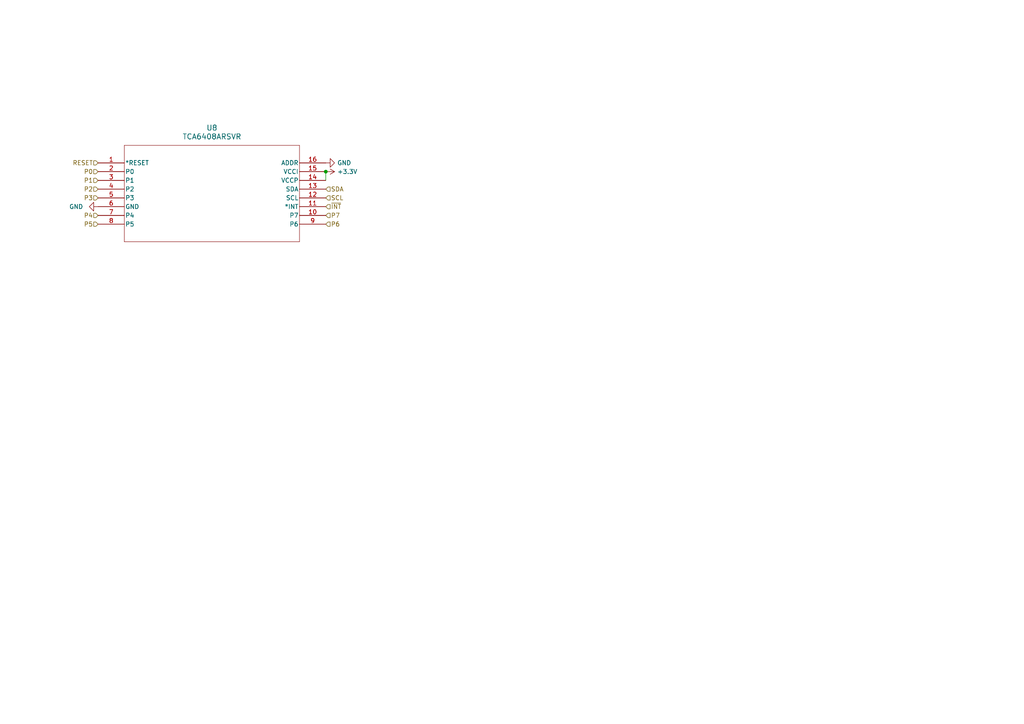
<source format=kicad_sch>
(kicad_sch (version 20230121) (generator eeschema)
  (paper "A4")
  (lib_symbols
    (symbol "2024-01-09_18-37-35:TCA6408ARSVR" (pin_names (offset 0.254))
      (property "Reference" "U" (at 33.02 10.16 0))
      (property "Value" "TCA6408ARSVR" (at 33.02 7.62 0))
      (symbol "TCA6408ARSVR_0_1"
        (polyline (pts (xy 7.62 -22.86) (xy 58.42 -22.86)) (stroke (width 0.127)))
        (polyline (pts (xy 7.62 5.08) (xy 7.62 -22.86)) (stroke (width 0.127)))
        (polyline (pts (xy 58.42 -22.86) (xy 58.42 5.08)) (stroke (width 0.127)))
        (polyline (pts (xy 58.42 5.08) (xy 7.62 5.08)) (stroke (width 0.127)))
        (pin input line (at 0 0 0) (length 7.62) (name "*RESET") (number "1"))
        (pin output line (at 66.04 -15.24 180) (length 7.62) (name "P7") (number "10"))
        (pin output line (at 66.04 -12.7 180) (length 7.62) (name "*INT") (number "11"))
        (pin bidirectional line (at 66.04 -10.16 180) (length 7.62) (name "SCL") (number "12"))
        (pin bidirectional line (at 66.04 -7.62 180) (length 7.62) (name "SDA") (number "13"))
        (pin power_in line (at 66.04 -5.08 180) (length 7.62) (name "VCCP") (number "14"))
        (pin power_in line (at 66.04 -2.54 180) (length 7.62) (name "VCCI") (number "15"))
        (pin unspecified line (at 66.04 0 180) (length 7.62) (name "ADDR") (number "16"))
        (pin output line (at 0 -2.54 0) (length 7.62) (name "P0") (number "2"))
        (pin output line (at 0 -5.08 0) (length 7.62) (name "P1") (number "3"))
        (pin output line (at 0 -7.62 0) (length 7.62) (name "P2") (number "4"))
        (pin output line (at 0 -10.16 0) (length 7.62) (name "P3") (number "5"))
        (pin power_in line (at 0 -12.7 0) (length 7.62) (name "GND") (number "6"))
        (pin output line (at 0 -15.24 0) (length 7.62) (name "P4") (number "7"))
        (pin output line (at 0 -17.78 0) (length 7.62) (name "P5") (number "8"))
        (pin output line (at 66.04 -17.78 180) (length 7.62) (name "P6") (number "9"))
      )
    )
    (symbol "power:+3.3V" (power) (pin_names (offset 0))
      (property "Value" "+3.3V" (at 0 3.556 0))
      (symbol "+3.3V_0_1"
        (polyline (pts (xy -0.762 1.27) (xy 0 2.54)))
        (polyline (pts (xy 0 0) (xy 0 2.54)))
        (polyline (pts (xy 0 2.54) (xy 0.762 1.27)))
      )
      (symbol "+3.3V_1_1"
        (pin power_in line (at 0 0 90) (length 0) hide (name "+3.3V") (number "1"))
      )
    )
    (symbol "power:GND" (power) (pin_names (offset 0))
      (property "Value" "GND" (at 0 -3.81 0))
      (symbol "GND_0_1"
        (polyline (pts (xy 0 0) (xy 0 -1.27) (xy 1.27 -1.27) (xy 0 -2.54) (xy -1.27 -1.27) (xy 0 -1.27)))
      )
      (symbol "GND_1_1"
        (pin power_in line (at 0 0 270) (length 0) hide (name "GND") (number "1"))
      )
    )
  )
  (junction (at 94.488 49.784))
  (wire (pts (xy 94.488 49.784) (xy 94.488 52.324)))
  (hierarchical_label "P6" (shape input) (at 94.488 65.024 0))
  (hierarchical_label "~{INT}" (shape input) (at 94.488 59.944 0))
  (hierarchical_label "P5" (shape input) (at 28.448 65.024 180))
  (hierarchical_label "P1" (shape input) (at 28.448 52.324 180))
  (hierarchical_label "P7" (shape input) (at 94.488 62.484 0))
  (hierarchical_label "P2" (shape input) (at 28.448 54.864 180))
  (hierarchical_label "SCL" (shape input) (at 94.488 57.404 0))
  (hierarchical_label "P0" (shape input) (at 28.448 49.784 180))
  (hierarchical_label "P3" (shape input) (at 28.448 57.404 180))
  (hierarchical_label "P4" (shape input) (at 28.448 62.484 180))
  (hierarchical_label "SDA" (shape input) (at 94.488 54.864 0))
  (hierarchical_label "RESET" (shape input) (at 28.448 47.244 180))
  (symbol (lib_id "power:GND") (at 28.448 59.944 270) (unit 1)
    (property "Reference" "#PWR023" (effects hide))
    (property "Value" "GND" (at 24.13 59.944 90) (effects (justify right)))
  )
  (symbol (lib_id "power:+3.3V") (at 94.488 49.784 270) (unit 1)
    (property "Reference" "#PWR027" (effects hide))
    (property "Value" "+3.3V" (at 97.79 49.784 90) (effects (justify left)))
  )
  (symbol (lib_id "2024-01-09_18-37-35:TCA6408ARSVR") (at 28.448 47.244 0) (unit 1)
    (property "Reference" "U8" (at 61.468 37.084 0) (effects (font (size 1.524 1.524))))
    (property "Value" "TCA6408ARSVR" (at 61.468 39.624 0) (effects (font (size 1.524 1.524))))
    (property "Footprint" "RSV16" (effects hide))
    (property "Datasheet" "TCA6408ARSVR" (effects hide))
  )
  (symbol (lib_id "power:GND") (at 94.488 47.244 90) (unit 1)
    (property "Reference" "#PWR026" (effects hide))
    (property "Value" "GND" (at 97.79 47.244 90) (effects (justify right)))
  )
)
</source>
